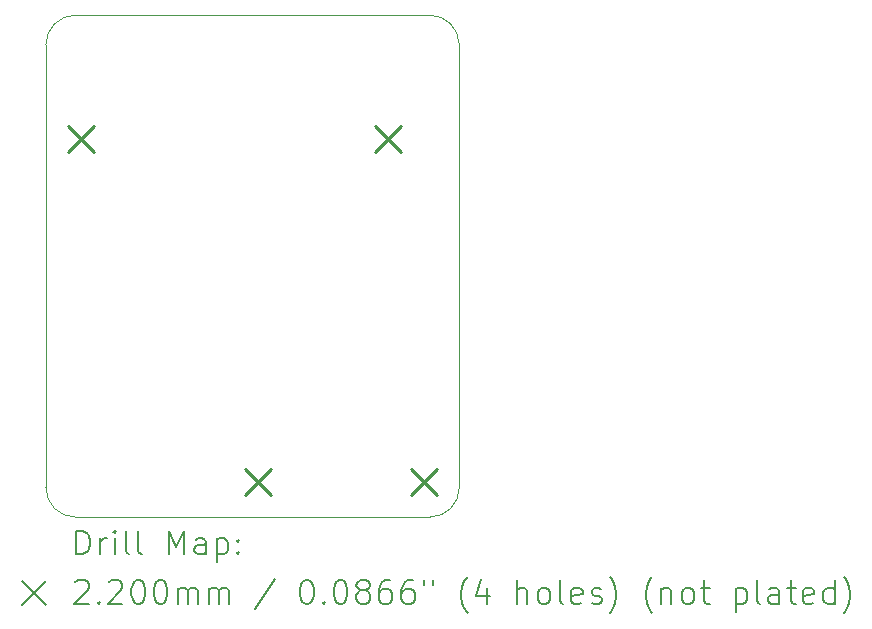
<source format=gbr>
%TF.GenerationSoftware,KiCad,Pcbnew,9.0.2*%
%TF.CreationDate,2025-06-28T15:28:46-07:00*%
%TF.ProjectId,bert_slime_tracker,62657274-5f73-46c6-996d-655f74726163,rev?*%
%TF.SameCoordinates,Original*%
%TF.FileFunction,Drillmap*%
%TF.FilePolarity,Positive*%
%FSLAX45Y45*%
G04 Gerber Fmt 4.5, Leading zero omitted, Abs format (unit mm)*
G04 Created by KiCad (PCBNEW 9.0.2) date 2025-06-28 15:28:46*
%MOMM*%
%LPD*%
G01*
G04 APERTURE LIST*
%ADD10C,0.050000*%
%ADD11C,0.200000*%
%ADD12C,0.220000*%
G04 APERTURE END LIST*
D10*
X12500000Y-11250000D02*
X15500000Y-11250000D01*
X15750000Y-11000000D02*
G75*
G02*
X15500000Y-11250000I-250000J0D01*
G01*
X12500000Y-11250000D02*
G75*
G02*
X12250000Y-11000000I0J250000D01*
G01*
X15750000Y-11000000D02*
X15750000Y-7250000D01*
X15500000Y-7000000D02*
G75*
G02*
X15750000Y-7250000I0J-250000D01*
G01*
X12250000Y-7250000D02*
G75*
G02*
X12500000Y-7000000I250000J0D01*
G01*
X12250000Y-7250000D02*
X12250000Y-11000000D01*
X15500000Y-7000000D02*
X12500000Y-7000000D01*
D11*
D12*
X12440000Y-7940000D02*
X12660000Y-8160000D01*
X12660000Y-7940000D02*
X12440000Y-8160000D01*
X13940000Y-10840000D02*
X14160000Y-11060000D01*
X14160000Y-10840000D02*
X13940000Y-11060000D01*
X15040000Y-7940000D02*
X15260000Y-8160000D01*
X15260000Y-7940000D02*
X15040000Y-8160000D01*
X15340000Y-10840000D02*
X15560000Y-11060000D01*
X15560000Y-10840000D02*
X15340000Y-11060000D01*
D11*
X12508277Y-11563984D02*
X12508277Y-11363984D01*
X12508277Y-11363984D02*
X12555896Y-11363984D01*
X12555896Y-11363984D02*
X12584467Y-11373508D01*
X12584467Y-11373508D02*
X12603515Y-11392555D01*
X12603515Y-11392555D02*
X12613039Y-11411603D01*
X12613039Y-11411603D02*
X12622562Y-11449698D01*
X12622562Y-11449698D02*
X12622562Y-11478269D01*
X12622562Y-11478269D02*
X12613039Y-11516365D01*
X12613039Y-11516365D02*
X12603515Y-11535412D01*
X12603515Y-11535412D02*
X12584467Y-11554460D01*
X12584467Y-11554460D02*
X12555896Y-11563984D01*
X12555896Y-11563984D02*
X12508277Y-11563984D01*
X12708277Y-11563984D02*
X12708277Y-11430650D01*
X12708277Y-11468746D02*
X12717801Y-11449698D01*
X12717801Y-11449698D02*
X12727324Y-11440174D01*
X12727324Y-11440174D02*
X12746372Y-11430650D01*
X12746372Y-11430650D02*
X12765420Y-11430650D01*
X12832086Y-11563984D02*
X12832086Y-11430650D01*
X12832086Y-11363984D02*
X12822562Y-11373508D01*
X12822562Y-11373508D02*
X12832086Y-11383031D01*
X12832086Y-11383031D02*
X12841610Y-11373508D01*
X12841610Y-11373508D02*
X12832086Y-11363984D01*
X12832086Y-11363984D02*
X12832086Y-11383031D01*
X12955896Y-11563984D02*
X12936848Y-11554460D01*
X12936848Y-11554460D02*
X12927324Y-11535412D01*
X12927324Y-11535412D02*
X12927324Y-11363984D01*
X13060658Y-11563984D02*
X13041610Y-11554460D01*
X13041610Y-11554460D02*
X13032086Y-11535412D01*
X13032086Y-11535412D02*
X13032086Y-11363984D01*
X13289229Y-11563984D02*
X13289229Y-11363984D01*
X13289229Y-11363984D02*
X13355896Y-11506841D01*
X13355896Y-11506841D02*
X13422562Y-11363984D01*
X13422562Y-11363984D02*
X13422562Y-11563984D01*
X13603515Y-11563984D02*
X13603515Y-11459222D01*
X13603515Y-11459222D02*
X13593991Y-11440174D01*
X13593991Y-11440174D02*
X13574943Y-11430650D01*
X13574943Y-11430650D02*
X13536848Y-11430650D01*
X13536848Y-11430650D02*
X13517801Y-11440174D01*
X13603515Y-11554460D02*
X13584467Y-11563984D01*
X13584467Y-11563984D02*
X13536848Y-11563984D01*
X13536848Y-11563984D02*
X13517801Y-11554460D01*
X13517801Y-11554460D02*
X13508277Y-11535412D01*
X13508277Y-11535412D02*
X13508277Y-11516365D01*
X13508277Y-11516365D02*
X13517801Y-11497317D01*
X13517801Y-11497317D02*
X13536848Y-11487793D01*
X13536848Y-11487793D02*
X13584467Y-11487793D01*
X13584467Y-11487793D02*
X13603515Y-11478269D01*
X13698753Y-11430650D02*
X13698753Y-11630650D01*
X13698753Y-11440174D02*
X13717801Y-11430650D01*
X13717801Y-11430650D02*
X13755896Y-11430650D01*
X13755896Y-11430650D02*
X13774943Y-11440174D01*
X13774943Y-11440174D02*
X13784467Y-11449698D01*
X13784467Y-11449698D02*
X13793991Y-11468746D01*
X13793991Y-11468746D02*
X13793991Y-11525888D01*
X13793991Y-11525888D02*
X13784467Y-11544936D01*
X13784467Y-11544936D02*
X13774943Y-11554460D01*
X13774943Y-11554460D02*
X13755896Y-11563984D01*
X13755896Y-11563984D02*
X13717801Y-11563984D01*
X13717801Y-11563984D02*
X13698753Y-11554460D01*
X13879705Y-11544936D02*
X13889229Y-11554460D01*
X13889229Y-11554460D02*
X13879705Y-11563984D01*
X13879705Y-11563984D02*
X13870182Y-11554460D01*
X13870182Y-11554460D02*
X13879705Y-11544936D01*
X13879705Y-11544936D02*
X13879705Y-11563984D01*
X13879705Y-11440174D02*
X13889229Y-11449698D01*
X13889229Y-11449698D02*
X13879705Y-11459222D01*
X13879705Y-11459222D02*
X13870182Y-11449698D01*
X13870182Y-11449698D02*
X13879705Y-11440174D01*
X13879705Y-11440174D02*
X13879705Y-11459222D01*
X12047500Y-11792500D02*
X12247500Y-11992500D01*
X12247500Y-11792500D02*
X12047500Y-11992500D01*
X12498753Y-11803031D02*
X12508277Y-11793508D01*
X12508277Y-11793508D02*
X12527324Y-11783984D01*
X12527324Y-11783984D02*
X12574943Y-11783984D01*
X12574943Y-11783984D02*
X12593991Y-11793508D01*
X12593991Y-11793508D02*
X12603515Y-11803031D01*
X12603515Y-11803031D02*
X12613039Y-11822079D01*
X12613039Y-11822079D02*
X12613039Y-11841127D01*
X12613039Y-11841127D02*
X12603515Y-11869698D01*
X12603515Y-11869698D02*
X12489229Y-11983984D01*
X12489229Y-11983984D02*
X12613039Y-11983984D01*
X12698753Y-11964936D02*
X12708277Y-11974460D01*
X12708277Y-11974460D02*
X12698753Y-11983984D01*
X12698753Y-11983984D02*
X12689229Y-11974460D01*
X12689229Y-11974460D02*
X12698753Y-11964936D01*
X12698753Y-11964936D02*
X12698753Y-11983984D01*
X12784467Y-11803031D02*
X12793991Y-11793508D01*
X12793991Y-11793508D02*
X12813039Y-11783984D01*
X12813039Y-11783984D02*
X12860658Y-11783984D01*
X12860658Y-11783984D02*
X12879705Y-11793508D01*
X12879705Y-11793508D02*
X12889229Y-11803031D01*
X12889229Y-11803031D02*
X12898753Y-11822079D01*
X12898753Y-11822079D02*
X12898753Y-11841127D01*
X12898753Y-11841127D02*
X12889229Y-11869698D01*
X12889229Y-11869698D02*
X12774943Y-11983984D01*
X12774943Y-11983984D02*
X12898753Y-11983984D01*
X13022562Y-11783984D02*
X13041610Y-11783984D01*
X13041610Y-11783984D02*
X13060658Y-11793508D01*
X13060658Y-11793508D02*
X13070182Y-11803031D01*
X13070182Y-11803031D02*
X13079705Y-11822079D01*
X13079705Y-11822079D02*
X13089229Y-11860174D01*
X13089229Y-11860174D02*
X13089229Y-11907793D01*
X13089229Y-11907793D02*
X13079705Y-11945888D01*
X13079705Y-11945888D02*
X13070182Y-11964936D01*
X13070182Y-11964936D02*
X13060658Y-11974460D01*
X13060658Y-11974460D02*
X13041610Y-11983984D01*
X13041610Y-11983984D02*
X13022562Y-11983984D01*
X13022562Y-11983984D02*
X13003515Y-11974460D01*
X13003515Y-11974460D02*
X12993991Y-11964936D01*
X12993991Y-11964936D02*
X12984467Y-11945888D01*
X12984467Y-11945888D02*
X12974943Y-11907793D01*
X12974943Y-11907793D02*
X12974943Y-11860174D01*
X12974943Y-11860174D02*
X12984467Y-11822079D01*
X12984467Y-11822079D02*
X12993991Y-11803031D01*
X12993991Y-11803031D02*
X13003515Y-11793508D01*
X13003515Y-11793508D02*
X13022562Y-11783984D01*
X13213039Y-11783984D02*
X13232086Y-11783984D01*
X13232086Y-11783984D02*
X13251134Y-11793508D01*
X13251134Y-11793508D02*
X13260658Y-11803031D01*
X13260658Y-11803031D02*
X13270182Y-11822079D01*
X13270182Y-11822079D02*
X13279705Y-11860174D01*
X13279705Y-11860174D02*
X13279705Y-11907793D01*
X13279705Y-11907793D02*
X13270182Y-11945888D01*
X13270182Y-11945888D02*
X13260658Y-11964936D01*
X13260658Y-11964936D02*
X13251134Y-11974460D01*
X13251134Y-11974460D02*
X13232086Y-11983984D01*
X13232086Y-11983984D02*
X13213039Y-11983984D01*
X13213039Y-11983984D02*
X13193991Y-11974460D01*
X13193991Y-11974460D02*
X13184467Y-11964936D01*
X13184467Y-11964936D02*
X13174943Y-11945888D01*
X13174943Y-11945888D02*
X13165420Y-11907793D01*
X13165420Y-11907793D02*
X13165420Y-11860174D01*
X13165420Y-11860174D02*
X13174943Y-11822079D01*
X13174943Y-11822079D02*
X13184467Y-11803031D01*
X13184467Y-11803031D02*
X13193991Y-11793508D01*
X13193991Y-11793508D02*
X13213039Y-11783984D01*
X13365420Y-11983984D02*
X13365420Y-11850650D01*
X13365420Y-11869698D02*
X13374943Y-11860174D01*
X13374943Y-11860174D02*
X13393991Y-11850650D01*
X13393991Y-11850650D02*
X13422563Y-11850650D01*
X13422563Y-11850650D02*
X13441610Y-11860174D01*
X13441610Y-11860174D02*
X13451134Y-11879222D01*
X13451134Y-11879222D02*
X13451134Y-11983984D01*
X13451134Y-11879222D02*
X13460658Y-11860174D01*
X13460658Y-11860174D02*
X13479705Y-11850650D01*
X13479705Y-11850650D02*
X13508277Y-11850650D01*
X13508277Y-11850650D02*
X13527324Y-11860174D01*
X13527324Y-11860174D02*
X13536848Y-11879222D01*
X13536848Y-11879222D02*
X13536848Y-11983984D01*
X13632086Y-11983984D02*
X13632086Y-11850650D01*
X13632086Y-11869698D02*
X13641610Y-11860174D01*
X13641610Y-11860174D02*
X13660658Y-11850650D01*
X13660658Y-11850650D02*
X13689229Y-11850650D01*
X13689229Y-11850650D02*
X13708277Y-11860174D01*
X13708277Y-11860174D02*
X13717801Y-11879222D01*
X13717801Y-11879222D02*
X13717801Y-11983984D01*
X13717801Y-11879222D02*
X13727324Y-11860174D01*
X13727324Y-11860174D02*
X13746372Y-11850650D01*
X13746372Y-11850650D02*
X13774943Y-11850650D01*
X13774943Y-11850650D02*
X13793991Y-11860174D01*
X13793991Y-11860174D02*
X13803515Y-11879222D01*
X13803515Y-11879222D02*
X13803515Y-11983984D01*
X14193991Y-11774460D02*
X14022563Y-12031603D01*
X14451134Y-11783984D02*
X14470182Y-11783984D01*
X14470182Y-11783984D02*
X14489229Y-11793508D01*
X14489229Y-11793508D02*
X14498753Y-11803031D01*
X14498753Y-11803031D02*
X14508277Y-11822079D01*
X14508277Y-11822079D02*
X14517801Y-11860174D01*
X14517801Y-11860174D02*
X14517801Y-11907793D01*
X14517801Y-11907793D02*
X14508277Y-11945888D01*
X14508277Y-11945888D02*
X14498753Y-11964936D01*
X14498753Y-11964936D02*
X14489229Y-11974460D01*
X14489229Y-11974460D02*
X14470182Y-11983984D01*
X14470182Y-11983984D02*
X14451134Y-11983984D01*
X14451134Y-11983984D02*
X14432086Y-11974460D01*
X14432086Y-11974460D02*
X14422563Y-11964936D01*
X14422563Y-11964936D02*
X14413039Y-11945888D01*
X14413039Y-11945888D02*
X14403515Y-11907793D01*
X14403515Y-11907793D02*
X14403515Y-11860174D01*
X14403515Y-11860174D02*
X14413039Y-11822079D01*
X14413039Y-11822079D02*
X14422563Y-11803031D01*
X14422563Y-11803031D02*
X14432086Y-11793508D01*
X14432086Y-11793508D02*
X14451134Y-11783984D01*
X14603515Y-11964936D02*
X14613039Y-11974460D01*
X14613039Y-11974460D02*
X14603515Y-11983984D01*
X14603515Y-11983984D02*
X14593991Y-11974460D01*
X14593991Y-11974460D02*
X14603515Y-11964936D01*
X14603515Y-11964936D02*
X14603515Y-11983984D01*
X14736848Y-11783984D02*
X14755896Y-11783984D01*
X14755896Y-11783984D02*
X14774944Y-11793508D01*
X14774944Y-11793508D02*
X14784467Y-11803031D01*
X14784467Y-11803031D02*
X14793991Y-11822079D01*
X14793991Y-11822079D02*
X14803515Y-11860174D01*
X14803515Y-11860174D02*
X14803515Y-11907793D01*
X14803515Y-11907793D02*
X14793991Y-11945888D01*
X14793991Y-11945888D02*
X14784467Y-11964936D01*
X14784467Y-11964936D02*
X14774944Y-11974460D01*
X14774944Y-11974460D02*
X14755896Y-11983984D01*
X14755896Y-11983984D02*
X14736848Y-11983984D01*
X14736848Y-11983984D02*
X14717801Y-11974460D01*
X14717801Y-11974460D02*
X14708277Y-11964936D01*
X14708277Y-11964936D02*
X14698753Y-11945888D01*
X14698753Y-11945888D02*
X14689229Y-11907793D01*
X14689229Y-11907793D02*
X14689229Y-11860174D01*
X14689229Y-11860174D02*
X14698753Y-11822079D01*
X14698753Y-11822079D02*
X14708277Y-11803031D01*
X14708277Y-11803031D02*
X14717801Y-11793508D01*
X14717801Y-11793508D02*
X14736848Y-11783984D01*
X14917801Y-11869698D02*
X14898753Y-11860174D01*
X14898753Y-11860174D02*
X14889229Y-11850650D01*
X14889229Y-11850650D02*
X14879706Y-11831603D01*
X14879706Y-11831603D02*
X14879706Y-11822079D01*
X14879706Y-11822079D02*
X14889229Y-11803031D01*
X14889229Y-11803031D02*
X14898753Y-11793508D01*
X14898753Y-11793508D02*
X14917801Y-11783984D01*
X14917801Y-11783984D02*
X14955896Y-11783984D01*
X14955896Y-11783984D02*
X14974944Y-11793508D01*
X14974944Y-11793508D02*
X14984467Y-11803031D01*
X14984467Y-11803031D02*
X14993991Y-11822079D01*
X14993991Y-11822079D02*
X14993991Y-11831603D01*
X14993991Y-11831603D02*
X14984467Y-11850650D01*
X14984467Y-11850650D02*
X14974944Y-11860174D01*
X14974944Y-11860174D02*
X14955896Y-11869698D01*
X14955896Y-11869698D02*
X14917801Y-11869698D01*
X14917801Y-11869698D02*
X14898753Y-11879222D01*
X14898753Y-11879222D02*
X14889229Y-11888746D01*
X14889229Y-11888746D02*
X14879706Y-11907793D01*
X14879706Y-11907793D02*
X14879706Y-11945888D01*
X14879706Y-11945888D02*
X14889229Y-11964936D01*
X14889229Y-11964936D02*
X14898753Y-11974460D01*
X14898753Y-11974460D02*
X14917801Y-11983984D01*
X14917801Y-11983984D02*
X14955896Y-11983984D01*
X14955896Y-11983984D02*
X14974944Y-11974460D01*
X14974944Y-11974460D02*
X14984467Y-11964936D01*
X14984467Y-11964936D02*
X14993991Y-11945888D01*
X14993991Y-11945888D02*
X14993991Y-11907793D01*
X14993991Y-11907793D02*
X14984467Y-11888746D01*
X14984467Y-11888746D02*
X14974944Y-11879222D01*
X14974944Y-11879222D02*
X14955896Y-11869698D01*
X15165420Y-11783984D02*
X15127325Y-11783984D01*
X15127325Y-11783984D02*
X15108277Y-11793508D01*
X15108277Y-11793508D02*
X15098753Y-11803031D01*
X15098753Y-11803031D02*
X15079706Y-11831603D01*
X15079706Y-11831603D02*
X15070182Y-11869698D01*
X15070182Y-11869698D02*
X15070182Y-11945888D01*
X15070182Y-11945888D02*
X15079706Y-11964936D01*
X15079706Y-11964936D02*
X15089229Y-11974460D01*
X15089229Y-11974460D02*
X15108277Y-11983984D01*
X15108277Y-11983984D02*
X15146372Y-11983984D01*
X15146372Y-11983984D02*
X15165420Y-11974460D01*
X15165420Y-11974460D02*
X15174944Y-11964936D01*
X15174944Y-11964936D02*
X15184467Y-11945888D01*
X15184467Y-11945888D02*
X15184467Y-11898269D01*
X15184467Y-11898269D02*
X15174944Y-11879222D01*
X15174944Y-11879222D02*
X15165420Y-11869698D01*
X15165420Y-11869698D02*
X15146372Y-11860174D01*
X15146372Y-11860174D02*
X15108277Y-11860174D01*
X15108277Y-11860174D02*
X15089229Y-11869698D01*
X15089229Y-11869698D02*
X15079706Y-11879222D01*
X15079706Y-11879222D02*
X15070182Y-11898269D01*
X15355896Y-11783984D02*
X15317801Y-11783984D01*
X15317801Y-11783984D02*
X15298753Y-11793508D01*
X15298753Y-11793508D02*
X15289229Y-11803031D01*
X15289229Y-11803031D02*
X15270182Y-11831603D01*
X15270182Y-11831603D02*
X15260658Y-11869698D01*
X15260658Y-11869698D02*
X15260658Y-11945888D01*
X15260658Y-11945888D02*
X15270182Y-11964936D01*
X15270182Y-11964936D02*
X15279706Y-11974460D01*
X15279706Y-11974460D02*
X15298753Y-11983984D01*
X15298753Y-11983984D02*
X15336848Y-11983984D01*
X15336848Y-11983984D02*
X15355896Y-11974460D01*
X15355896Y-11974460D02*
X15365420Y-11964936D01*
X15365420Y-11964936D02*
X15374944Y-11945888D01*
X15374944Y-11945888D02*
X15374944Y-11898269D01*
X15374944Y-11898269D02*
X15365420Y-11879222D01*
X15365420Y-11879222D02*
X15355896Y-11869698D01*
X15355896Y-11869698D02*
X15336848Y-11860174D01*
X15336848Y-11860174D02*
X15298753Y-11860174D01*
X15298753Y-11860174D02*
X15279706Y-11869698D01*
X15279706Y-11869698D02*
X15270182Y-11879222D01*
X15270182Y-11879222D02*
X15260658Y-11898269D01*
X15451134Y-11783984D02*
X15451134Y-11822079D01*
X15527325Y-11783984D02*
X15527325Y-11822079D01*
X15822563Y-12060174D02*
X15813039Y-12050650D01*
X15813039Y-12050650D02*
X15793991Y-12022079D01*
X15793991Y-12022079D02*
X15784468Y-12003031D01*
X15784468Y-12003031D02*
X15774944Y-11974460D01*
X15774944Y-11974460D02*
X15765420Y-11926841D01*
X15765420Y-11926841D02*
X15765420Y-11888746D01*
X15765420Y-11888746D02*
X15774944Y-11841127D01*
X15774944Y-11841127D02*
X15784468Y-11812555D01*
X15784468Y-11812555D02*
X15793991Y-11793508D01*
X15793991Y-11793508D02*
X15813039Y-11764936D01*
X15813039Y-11764936D02*
X15822563Y-11755412D01*
X15984468Y-11850650D02*
X15984468Y-11983984D01*
X15936848Y-11774460D02*
X15889229Y-11917317D01*
X15889229Y-11917317D02*
X16013039Y-11917317D01*
X16241610Y-11983984D02*
X16241610Y-11783984D01*
X16327325Y-11983984D02*
X16327325Y-11879222D01*
X16327325Y-11879222D02*
X16317801Y-11860174D01*
X16317801Y-11860174D02*
X16298753Y-11850650D01*
X16298753Y-11850650D02*
X16270182Y-11850650D01*
X16270182Y-11850650D02*
X16251134Y-11860174D01*
X16251134Y-11860174D02*
X16241610Y-11869698D01*
X16451134Y-11983984D02*
X16432087Y-11974460D01*
X16432087Y-11974460D02*
X16422563Y-11964936D01*
X16422563Y-11964936D02*
X16413039Y-11945888D01*
X16413039Y-11945888D02*
X16413039Y-11888746D01*
X16413039Y-11888746D02*
X16422563Y-11869698D01*
X16422563Y-11869698D02*
X16432087Y-11860174D01*
X16432087Y-11860174D02*
X16451134Y-11850650D01*
X16451134Y-11850650D02*
X16479706Y-11850650D01*
X16479706Y-11850650D02*
X16498753Y-11860174D01*
X16498753Y-11860174D02*
X16508277Y-11869698D01*
X16508277Y-11869698D02*
X16517801Y-11888746D01*
X16517801Y-11888746D02*
X16517801Y-11945888D01*
X16517801Y-11945888D02*
X16508277Y-11964936D01*
X16508277Y-11964936D02*
X16498753Y-11974460D01*
X16498753Y-11974460D02*
X16479706Y-11983984D01*
X16479706Y-11983984D02*
X16451134Y-11983984D01*
X16632087Y-11983984D02*
X16613039Y-11974460D01*
X16613039Y-11974460D02*
X16603515Y-11955412D01*
X16603515Y-11955412D02*
X16603515Y-11783984D01*
X16784468Y-11974460D02*
X16765420Y-11983984D01*
X16765420Y-11983984D02*
X16727325Y-11983984D01*
X16727325Y-11983984D02*
X16708277Y-11974460D01*
X16708277Y-11974460D02*
X16698753Y-11955412D01*
X16698753Y-11955412D02*
X16698753Y-11879222D01*
X16698753Y-11879222D02*
X16708277Y-11860174D01*
X16708277Y-11860174D02*
X16727325Y-11850650D01*
X16727325Y-11850650D02*
X16765420Y-11850650D01*
X16765420Y-11850650D02*
X16784468Y-11860174D01*
X16784468Y-11860174D02*
X16793992Y-11879222D01*
X16793992Y-11879222D02*
X16793992Y-11898269D01*
X16793992Y-11898269D02*
X16698753Y-11917317D01*
X16870182Y-11974460D02*
X16889230Y-11983984D01*
X16889230Y-11983984D02*
X16927325Y-11983984D01*
X16927325Y-11983984D02*
X16946373Y-11974460D01*
X16946373Y-11974460D02*
X16955896Y-11955412D01*
X16955896Y-11955412D02*
X16955896Y-11945888D01*
X16955896Y-11945888D02*
X16946373Y-11926841D01*
X16946373Y-11926841D02*
X16927325Y-11917317D01*
X16927325Y-11917317D02*
X16898753Y-11917317D01*
X16898753Y-11917317D02*
X16879706Y-11907793D01*
X16879706Y-11907793D02*
X16870182Y-11888746D01*
X16870182Y-11888746D02*
X16870182Y-11879222D01*
X16870182Y-11879222D02*
X16879706Y-11860174D01*
X16879706Y-11860174D02*
X16898753Y-11850650D01*
X16898753Y-11850650D02*
X16927325Y-11850650D01*
X16927325Y-11850650D02*
X16946373Y-11860174D01*
X17022563Y-12060174D02*
X17032087Y-12050650D01*
X17032087Y-12050650D02*
X17051134Y-12022079D01*
X17051134Y-12022079D02*
X17060658Y-12003031D01*
X17060658Y-12003031D02*
X17070182Y-11974460D01*
X17070182Y-11974460D02*
X17079706Y-11926841D01*
X17079706Y-11926841D02*
X17079706Y-11888746D01*
X17079706Y-11888746D02*
X17070182Y-11841127D01*
X17070182Y-11841127D02*
X17060658Y-11812555D01*
X17060658Y-11812555D02*
X17051134Y-11793508D01*
X17051134Y-11793508D02*
X17032087Y-11764936D01*
X17032087Y-11764936D02*
X17022563Y-11755412D01*
X17384468Y-12060174D02*
X17374944Y-12050650D01*
X17374944Y-12050650D02*
X17355896Y-12022079D01*
X17355896Y-12022079D02*
X17346373Y-12003031D01*
X17346373Y-12003031D02*
X17336849Y-11974460D01*
X17336849Y-11974460D02*
X17327325Y-11926841D01*
X17327325Y-11926841D02*
X17327325Y-11888746D01*
X17327325Y-11888746D02*
X17336849Y-11841127D01*
X17336849Y-11841127D02*
X17346373Y-11812555D01*
X17346373Y-11812555D02*
X17355896Y-11793508D01*
X17355896Y-11793508D02*
X17374944Y-11764936D01*
X17374944Y-11764936D02*
X17384468Y-11755412D01*
X17460658Y-11850650D02*
X17460658Y-11983984D01*
X17460658Y-11869698D02*
X17470182Y-11860174D01*
X17470182Y-11860174D02*
X17489230Y-11850650D01*
X17489230Y-11850650D02*
X17517801Y-11850650D01*
X17517801Y-11850650D02*
X17536849Y-11860174D01*
X17536849Y-11860174D02*
X17546373Y-11879222D01*
X17546373Y-11879222D02*
X17546373Y-11983984D01*
X17670182Y-11983984D02*
X17651134Y-11974460D01*
X17651134Y-11974460D02*
X17641611Y-11964936D01*
X17641611Y-11964936D02*
X17632087Y-11945888D01*
X17632087Y-11945888D02*
X17632087Y-11888746D01*
X17632087Y-11888746D02*
X17641611Y-11869698D01*
X17641611Y-11869698D02*
X17651134Y-11860174D01*
X17651134Y-11860174D02*
X17670182Y-11850650D01*
X17670182Y-11850650D02*
X17698754Y-11850650D01*
X17698754Y-11850650D02*
X17717801Y-11860174D01*
X17717801Y-11860174D02*
X17727325Y-11869698D01*
X17727325Y-11869698D02*
X17736849Y-11888746D01*
X17736849Y-11888746D02*
X17736849Y-11945888D01*
X17736849Y-11945888D02*
X17727325Y-11964936D01*
X17727325Y-11964936D02*
X17717801Y-11974460D01*
X17717801Y-11974460D02*
X17698754Y-11983984D01*
X17698754Y-11983984D02*
X17670182Y-11983984D01*
X17793992Y-11850650D02*
X17870182Y-11850650D01*
X17822563Y-11783984D02*
X17822563Y-11955412D01*
X17822563Y-11955412D02*
X17832087Y-11974460D01*
X17832087Y-11974460D02*
X17851134Y-11983984D01*
X17851134Y-11983984D02*
X17870182Y-11983984D01*
X18089230Y-11850650D02*
X18089230Y-12050650D01*
X18089230Y-11860174D02*
X18108277Y-11850650D01*
X18108277Y-11850650D02*
X18146373Y-11850650D01*
X18146373Y-11850650D02*
X18165420Y-11860174D01*
X18165420Y-11860174D02*
X18174944Y-11869698D01*
X18174944Y-11869698D02*
X18184468Y-11888746D01*
X18184468Y-11888746D02*
X18184468Y-11945888D01*
X18184468Y-11945888D02*
X18174944Y-11964936D01*
X18174944Y-11964936D02*
X18165420Y-11974460D01*
X18165420Y-11974460D02*
X18146373Y-11983984D01*
X18146373Y-11983984D02*
X18108277Y-11983984D01*
X18108277Y-11983984D02*
X18089230Y-11974460D01*
X18298754Y-11983984D02*
X18279706Y-11974460D01*
X18279706Y-11974460D02*
X18270182Y-11955412D01*
X18270182Y-11955412D02*
X18270182Y-11783984D01*
X18460658Y-11983984D02*
X18460658Y-11879222D01*
X18460658Y-11879222D02*
X18451135Y-11860174D01*
X18451135Y-11860174D02*
X18432087Y-11850650D01*
X18432087Y-11850650D02*
X18393992Y-11850650D01*
X18393992Y-11850650D02*
X18374944Y-11860174D01*
X18460658Y-11974460D02*
X18441611Y-11983984D01*
X18441611Y-11983984D02*
X18393992Y-11983984D01*
X18393992Y-11983984D02*
X18374944Y-11974460D01*
X18374944Y-11974460D02*
X18365420Y-11955412D01*
X18365420Y-11955412D02*
X18365420Y-11936365D01*
X18365420Y-11936365D02*
X18374944Y-11917317D01*
X18374944Y-11917317D02*
X18393992Y-11907793D01*
X18393992Y-11907793D02*
X18441611Y-11907793D01*
X18441611Y-11907793D02*
X18460658Y-11898269D01*
X18527325Y-11850650D02*
X18603515Y-11850650D01*
X18555896Y-11783984D02*
X18555896Y-11955412D01*
X18555896Y-11955412D02*
X18565420Y-11974460D01*
X18565420Y-11974460D02*
X18584468Y-11983984D01*
X18584468Y-11983984D02*
X18603515Y-11983984D01*
X18746373Y-11974460D02*
X18727325Y-11983984D01*
X18727325Y-11983984D02*
X18689230Y-11983984D01*
X18689230Y-11983984D02*
X18670182Y-11974460D01*
X18670182Y-11974460D02*
X18660658Y-11955412D01*
X18660658Y-11955412D02*
X18660658Y-11879222D01*
X18660658Y-11879222D02*
X18670182Y-11860174D01*
X18670182Y-11860174D02*
X18689230Y-11850650D01*
X18689230Y-11850650D02*
X18727325Y-11850650D01*
X18727325Y-11850650D02*
X18746373Y-11860174D01*
X18746373Y-11860174D02*
X18755896Y-11879222D01*
X18755896Y-11879222D02*
X18755896Y-11898269D01*
X18755896Y-11898269D02*
X18660658Y-11917317D01*
X18927325Y-11983984D02*
X18927325Y-11783984D01*
X18927325Y-11974460D02*
X18908277Y-11983984D01*
X18908277Y-11983984D02*
X18870182Y-11983984D01*
X18870182Y-11983984D02*
X18851135Y-11974460D01*
X18851135Y-11974460D02*
X18841611Y-11964936D01*
X18841611Y-11964936D02*
X18832087Y-11945888D01*
X18832087Y-11945888D02*
X18832087Y-11888746D01*
X18832087Y-11888746D02*
X18841611Y-11869698D01*
X18841611Y-11869698D02*
X18851135Y-11860174D01*
X18851135Y-11860174D02*
X18870182Y-11850650D01*
X18870182Y-11850650D02*
X18908277Y-11850650D01*
X18908277Y-11850650D02*
X18927325Y-11860174D01*
X19003516Y-12060174D02*
X19013039Y-12050650D01*
X19013039Y-12050650D02*
X19032087Y-12022079D01*
X19032087Y-12022079D02*
X19041611Y-12003031D01*
X19041611Y-12003031D02*
X19051135Y-11974460D01*
X19051135Y-11974460D02*
X19060658Y-11926841D01*
X19060658Y-11926841D02*
X19060658Y-11888746D01*
X19060658Y-11888746D02*
X19051135Y-11841127D01*
X19051135Y-11841127D02*
X19041611Y-11812555D01*
X19041611Y-11812555D02*
X19032087Y-11793508D01*
X19032087Y-11793508D02*
X19013039Y-11764936D01*
X19013039Y-11764936D02*
X19003516Y-11755412D01*
M02*

</source>
